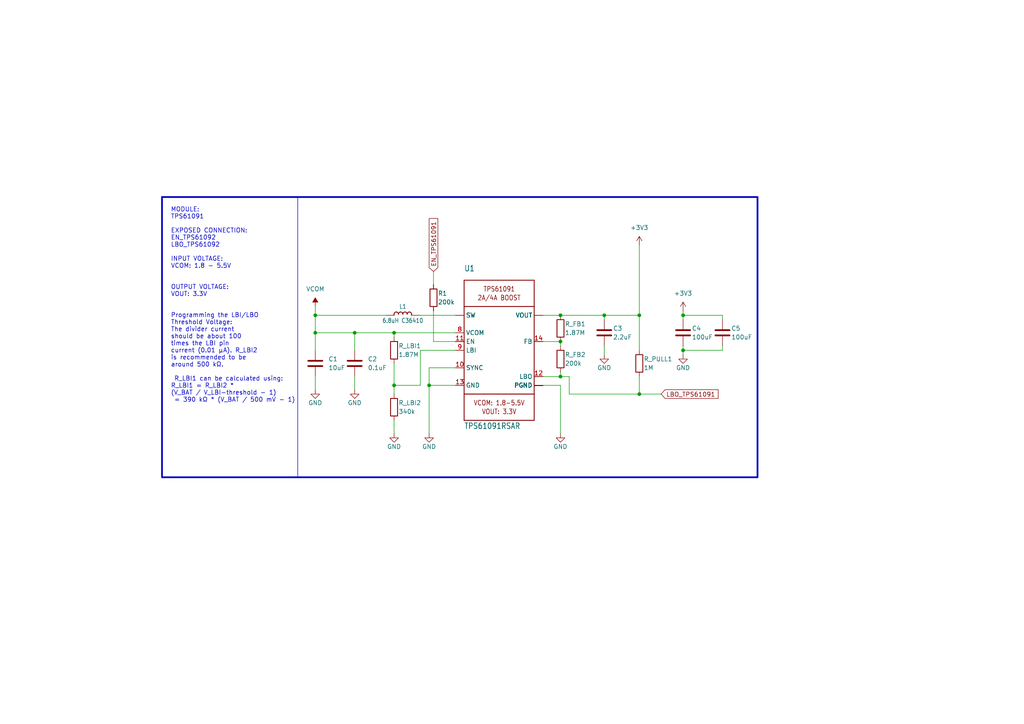
<source format=kicad_sch>
(kicad_sch (version 20230121) (generator eeschema)
  (paper "A4")
  (lib_symbols
    (symbol "AI_EINK-eagle-import:microbuilder_INDUCTORTDK_VLC5045"
      (property "Reference" "L" (at 0 2.54 0))
      (symbol "microbuilder_INDUCTORTDK_VLC5045_1_0"
        (arc (start -1.27 0.3173) (mid -1.9049 0.9497) (end -2.54 0.3175) (stroke (width 0.254)))
        (polyline (pts (xy -2.54 0.3175) (xy -2.54 0)) (stroke (width 0.254)))
        (polyline (pts (xy 2.54 0.3175) (xy 2.54 0)) (stroke (width 0.254)))
        (arc (start 0 0.3173) (mid -0.6349 0.9497) (end -1.27 0.3175) (stroke (width 0.254)))
        (arc (start 1.27 0.3173) (mid 0.6351 0.9497) (end 0 0.3175) (stroke (width 0.254)))
        (arc (start 2.54 0.3173) (mid 1.9051 0.9497) (end 1.27 0.3175) (stroke (width 0.254)))
        (pin passive line (at -5.08 0 0) (length 2.54) (name "1") (number "P$1"))
        (pin passive line (at 5.08 0 180) (length 2.54) (name "2") (number "P$2"))
      )
    )
    (symbol "AI_EINK-eagle-import:microbuilder_VREG_TPS6103X"
      (property "Reference" "U1" (at -10.16 22.86 0))
      (property "Value" "TPS61091RSAR" (at -10.16 -22.86 0))
      (symbol "microbuilder_VREG_TPS6103X_1_0"
        (polyline (pts (xy -10.16 -20.32) (xy 10.16 -20.32)) (stroke (width 0.254)))
        (polyline (pts (xy -10.16 -12.7) (xy -10.16 -20.32)) (stroke (width 0.254)))
        (polyline (pts (xy -10.16 -12.7) (xy -10.16 12.7)) (stroke (width 0.254)))
        (polyline (pts (xy -10.16 12.7) (xy -10.16 20.32)) (stroke (width 0.254)))
        (polyline (pts (xy -10.16 12.7) (xy 10.16 12.7)) (stroke (width 0.254)))
        (polyline (pts (xy -10.16 20.32) (xy 10.16 20.32)) (stroke (width 0.254)))
        (polyline (pts (xy 10.16 -20.32) (xy 10.16 -12.7)) (stroke (width 0.254)))
        (polyline (pts (xy 10.16 -12.7) (xy -10.16 -12.7)) (stroke (width 0.254)))
        (polyline (pts (xy 10.16 12.7) (xy 10.16 -12.7)) (stroke (width 0.254)))
        (polyline (pts (xy 10.16 20.32) (xy 10.16 12.7)) (stroke (width 0.254)))
        (text "2A/4A BOOST" (at 0 15.24 0) (effects (font (size 1.4224 1.209))))
        (text "TPS61091" (at 0 17.78 0) (effects (font (size 1.4224 1.209))))
        (text "VCOM: 1.8-5.5V" (at 0 -15.24 0) (effects (font (size 1.4224 1.209))))
        (text "VOUT: 3.3V" (at 0 -17.78 0) (effects (font (size 1.4224 1.209))))
        (pin power_in line (at 12.7 10.16 180) (length 2.54) (name "VOUT") (number "1"))
        (pin input line (at -12.7 -5.08 0) (length 2.54) (name "SYNC") (number "10"))
        (pin input line (at -12.7 2.54 0) (length 2.54) (name "EN") (number "11"))
        (pin output line (at 12.7 -7.62 180) (length 2.54) (name "LBO") (number "12"))
        (pin power_in line (at -12.7 -10.16 0) (length 2.54) (name "GND") (number "13"))
        (pin input line (at 12.7 2.54 180) (length 2.54) (name "FB") (number "14"))
        (pin power_in line (at 12.7 10.16 180) (length 2.54) (name "VOUT") (number "15"))
        (pin power_in line (at 12.7 10.16 180) (length 2.54) (name "VOUT") (number "16"))
        (pin input line (at -12.7 10.16 0) (length 2.54) (name "SW") (number "3"))
        (pin input line (at -12.7 10.16 0) (length 2.54) (name "SW") (number "4"))
        (pin power_in line (at 12.7 -10.16 180) (length 2.54) (name "PGND") (number "5"))
        (pin power_in line (at 12.7 -10.16 180) (length 2.54) (name "PGND") (number "6"))
        (pin power_in line (at 12.7 -10.16 180) (length 2.54) (name "PGND") (number "7"))
        (pin input line (at -12.7 5.08 0) (length 2.54) (name "VCOM") (number "8"))
        (pin input line (at -12.7 0 0) (length 2.54) (name "LBI") (number "9"))
        (pin power_in line (at 12.7 -10.16 180) (length 2.54) (name "PGND") (number "P$18"))
        (pin power_in line (at 12.7 -10.16 180) (length 2.54) (name "PGND") (number "P$19"))
        (pin power_in line (at 12.7 -10.16 180) (length 2.54) (name "PGND") (number "P$20"))
        (pin power_in line (at 12.7 -10.16 180) (length 2.54) (name "PGND") (number "P$21"))
        (pin power_in line (at 12.7 -10.16 180) (length 2.54) (name "PGND") (number "P$22"))
        (pin power_in line (at 12.7 -10.16 180) (length 2.54) (name "PGND") (number "THERMAL"))
      )
    )
    (symbol "Device:C" (pin_numbers hide) (pin_names (offset 0.254))
      (property "Reference" "C" (at 0.635 2.54 0))
      (property "Value" "C" (at 0.635 -2.54 0))
      (symbol "C_0_1"
        (polyline (pts (xy -2.032 -0.762) (xy 2.032 -0.762)) (stroke (width 0.508)))
        (polyline (pts (xy -2.032 0.762) (xy 2.032 0.762)) (stroke (width 0.508)))
      )
      (symbol "C_1_1"
        (pin passive line (at 0 3.81 270) (length 2.794) (name "~") (number "1"))
        (pin passive line (at 0 -3.81 90) (length 2.794) (name "~") (number "2"))
      )
    )
    (symbol "Device:R" (pin_numbers hide) (pin_names (offset 0))
      (property "Reference" "R" (at 2.032 0 90))
      (property "Value" "R" (at 0 0 90))
      (symbol "R_0_1"
        (rectangle (start -1.016 -2.54) (end 1.016 2.54) (stroke (width 0.254)))
      )
      (symbol "R_1_1"
        (pin passive line (at 0 3.81 270) (length 1.27) (name "~") (number "1"))
        (pin passive line (at 0 -3.81 90) (length 1.27) (name "~") (number "2"))
      )
    )
    (symbol "power:+3V3" (power) (pin_names (offset 0))
      (property "Value" "+3V3" (at 0 3.556 0))
      (symbol "+3V3_0_1"
        (polyline (pts (xy -0.762 1.27) (xy 0 2.54)))
        (polyline (pts (xy 0 0) (xy 0 2.54)))
        (polyline (pts (xy 0 2.54) (xy 0.762 1.27)))
      )
      (symbol "+3V3_1_1"
        (pin power_in line (at 0 0 90) (length 0) hide (name "+3V3") (number "1"))
      )
    )
    (symbol "power:GND" (power) (pin_names (offset 0))
      (property "Value" "GND" (at 0 -3.81 0))
      (symbol "GND_0_1"
        (polyline (pts (xy 0 0) (xy 0 -1.27) (xy 1.27 -1.27) (xy 0 -2.54) (xy -1.27 -1.27) (xy 0 -1.27)))
      )
      (symbol "GND_1_1"
        (pin power_in line (at 0 0 270) (length 0) hide (name "GND") (number "1"))
      )
    )
    (symbol "power:VCOM" (power) (pin_names (offset 0))
      (property "Value" "VCOM" (at 0 3.81 0))
      (symbol "VCOM_0_1"
        (polyline (pts (xy 0 0) (xy 0 2.54)))
        (polyline (pts (xy 0.762 1.27) (xy -0.762 1.27) (xy 0 2.54) (xy 0.762 1.27)) (fill (type outline)))
      )
      (symbol "VCOM_1_1"
        (pin power_in line (at 0 0 90) (length 0) hide (name "VCOM") (number "1"))
      )
    )
  )
  (junction (at 162.56 99.06))
  (junction (at 185.42 91.44))
  (junction (at 114.3 111.76))
  (junction (at 198.12 101.6))
  (junction (at 91.44 91.44))
  (junction (at 91.44 96.52))
  (junction (at 162.56 91.44))
  (junction (at 162.56 109.22))
  (junction (at 175.26 91.44))
  (junction (at 198.12 91.44))
  (junction (at 102.87 96.52))
  (junction (at 114.3 96.52))
  (junction (at 124.46 111.76))
  (junction (at 185.42 114.3))
  (wire (pts (xy 132.08 101.6) (xy 121.92 101.6)) (stroke (width 0.1524)))
  (wire (pts (xy 102.87 113.03) (xy 102.87 109.22)))
  (wire (pts (xy 175.26 100.33) (xy 175.26 102.87)))
  (wire (pts (xy 198.12 91.44) (xy 209.55 91.44)))
  (wire (pts (xy 132.08 106.68) (xy 124.46 106.68)) (stroke (width 0.1524)))
  (wire (pts (xy 157.48 91.44) (xy 162.56 91.44)) (stroke (width 0.1524)))
  (wire (pts (xy 124.46 106.68) (xy 124.46 111.76)) (stroke (width 0.1524)))
  (wire (pts (xy 175.26 91.44) (xy 185.42 91.44)) (stroke (width 0.1524)))
  (wire (pts (xy 175.26 92.71) (xy 175.26 91.44)) (stroke (width 0.1524)))
  (wire (pts (xy 102.87 96.52) (xy 114.3 96.52)) (stroke (width 0.1524)))
  (wire (pts (xy 198.12 101.6) (xy 209.55 101.6)))
  (wire (pts (xy 198.12 90.17) (xy 198.12 91.44)))
  (wire (pts (xy 121.92 111.76) (xy 114.3 111.76)) (stroke (width 0.1524)))
  (wire (pts (xy 121.92 111.76) (xy 121.92 101.6)) (stroke (width 0.1524)))
  (wire (pts (xy 198.12 101.6) (xy 198.12 102.87)))
  (wire (pts (xy 157.48 111.76) (xy 162.56 111.76)) (stroke (width 0.1524)))
  (wire (pts (xy 157.48 99.06) (xy 162.56 99.06)))
  (wire (pts (xy 198.12 100.33) (xy 198.12 101.6)))
  (wire (pts (xy 91.44 96.52) (xy 91.44 101.6)) (stroke (width 0.1524)))
  (wire (pts (xy 165.1 109.22) (xy 165.1 114.3)) (stroke (width 0.1524)))
  (wire (pts (xy 209.55 91.44) (xy 209.55 92.71)))
  (wire (pts (xy 165.1 114.3) (xy 185.42 114.3)) (stroke (width 0.1524)))
  (wire (pts (xy 132.08 91.44) (xy 121.92 91.44)) (stroke (width 0.1524)))
  (wire (pts (xy 125.73 78.74) (xy 125.73 82.55)) (stroke (width 0.1524)))
  (wire (pts (xy 111.76 91.44) (xy 91.44 91.44)) (stroke (width 0.1524)))
  (wire (pts (xy 209.55 100.33) (xy 209.55 101.6)))
  (wire (pts (xy 185.42 109.22) (xy 185.42 114.3)))
  (wire (pts (xy 91.44 91.44) (xy 91.44 88.9)) (stroke (width 0.1524)))
  (wire (pts (xy 124.46 111.76) (xy 124.46 125.73)) (stroke (width 0.1524)))
  (wire (pts (xy 102.87 101.6) (xy 102.87 96.52)) (stroke (width 0.1524)))
  (wire (pts (xy 91.44 91.44) (xy 91.44 96.52)) (stroke (width 0.1524)))
  (wire (pts (xy 198.12 91.44) (xy 198.12 92.71)))
  (wire (pts (xy 114.3 105.41) (xy 114.3 111.76)) (stroke (width 0.1524)))
  (wire (pts (xy 114.3 111.76) (xy 114.3 114.3)) (stroke (width 0.1524)))
  (wire (pts (xy 162.56 107.95) (xy 162.56 109.22)))
  (wire (pts (xy 132.08 99.06) (xy 125.73 99.06)) (stroke (width 0.1524)))
  (wire (pts (xy 114.3 121.92) (xy 114.3 123.19)))
  (wire (pts (xy 162.56 91.44) (xy 175.26 91.44)) (stroke (width 0.1524)))
  (wire (pts (xy 132.08 111.76) (xy 124.46 111.76)) (stroke (width 0.1524)))
  (wire (pts (xy 185.42 114.3) (xy 191.77 114.3)) (stroke (width 0.1524)))
  (wire (pts (xy 102.87 96.52) (xy 91.44 96.52)) (stroke (width 0.1524)))
  (wire (pts (xy 162.56 111.76) (xy 162.56 125.73)) (stroke (width 0.1524)))
  (wire (pts (xy 114.3 125.73) (xy 114.3 123.19)) (stroke (width 0.1524)))
  (wire (pts (xy 91.44 113.03) (xy 91.44 109.22)))
  (wire (pts (xy 157.48 109.22) (xy 162.56 109.22)) (stroke (width 0.1524)))
  (wire (pts (xy 185.42 71.12) (xy 185.42 91.44)) (stroke (width 0.1524)))
  (wire (pts (xy 125.73 90.17) (xy 125.73 99.06)) (stroke (width 0.1524)))
  (wire (pts (xy 162.56 109.22) (xy 165.1 109.22)) (stroke (width 0.1524)))
  (wire (pts (xy 114.3 96.52) (xy 114.3 97.79)))
  (wire (pts (xy 162.56 99.06) (xy 162.56 100.33)))
  (wire (pts (xy 185.42 91.44) (xy 185.42 101.6)) (stroke (width 0.1524)))
  (wire (pts (xy 114.3 96.52) (xy 132.08 96.52)) (stroke (width 0.1524)))
  (rectangle (start 46.99 57.15) (end 219.71 138.43) (stroke (width 0.5)))
  (rectangle (start 46.99 57.15) (end 86.36 138.43))
  (text "MODULE:\nTPS61091\n\nEXPOSED CONNECTION: \nEN_TPS61092\nLBO_TPS61092\n\nINPUT VOLTAGE:\nVCOM: 1.8 - 5.5V\n\n\nOUTPUT VOLTAGE:\nVOUT: 3.3V\n\n\nProgramming the LBI/LBO \nThreshold Voltage:\nThe divider current \nshould be about 100 \ntimes the LBI pin \ncurrent (0.01 μA). R_LBI2 \nis recommended to be \naround 500 kΩ.\n\n R_LBI1 can be calculated using:\nR_LBI1 = R_LBI2 * \n(V_BAT / V_LBI-threshold - 1)\n = 390 kΩ * (V_BAT / 500 mV - 1)\n" (at 49.53 116.84 0) (effects (font (size 1.27 1.27)) (justify left bottom)))
  (global_label "EN_TPS61091" (shape input) (at 125.73 78.74 90) (property "Intersheetrefs" "${INTERSHEET_REFS}" (effects hide)))
  (global_label "LBO_TPS61091" (shape input) (at 191.77 114.3 0) (property "Intersheetrefs" "${INTERSHEET_REFS}" (effects hide)))
  (symbol (lib_id "Device:R") (at 162.56 95.25 0) (unit 1)
    (property "Reference" "R_FB1" (at 163.83 93.98 0) (effects (justify left)))
    (property "Value" "1.87M" (at 163.83 96.52 0) (effects (justify left)))
    (property "Footprint" "Resistor_SMD:R_01005_0402Metric" (effects hide))
  )
  (symbol (lib_id "Device:R") (at 114.3 118.11 0) (unit 1)
    (property "Reference" "R_LBI2" (at 115.57 116.84 0) (effects (justify left)))
    (property "Value" "340k" (at 115.57 119.38 0) (effects (justify left)))
    (property "Footprint" "Resistor_SMD:R_01005_0402Metric" (effects hide))
  )
  (symbol (lib_id "power:GND") (at 175.26 102.87 0) (unit 1)
    (property "Reference" "#PWR07" (effects hide))
    (property "Value" "GND" (at 175.26 106.68 0))
  )
  (symbol (lib_id "power:+3V3") (at 198.12 90.17 0) (unit 1)
    (property "Reference" "#PWR09" (effects hide))
    (property "Value" "+3V3" (at 198.12 85.09 0))
  )
  (symbol (lib_id "power:GND") (at 102.87 113.03 0) (unit 1)
    (property "Reference" "#PWR03" (effects hide))
    (property "Value" "GND" (at 102.87 116.84 0))
  )
  (symbol (lib_id "power:GND") (at 198.12 102.87 0) (unit 1)
    (property "Reference" "#PWR010" (effects hide))
    (property "Value" "GND" (at 198.12 106.68 0))
  )
  (symbol (lib_id "power:GND") (at 162.56 125.73 0) (unit 1)
    (property "Reference" "#PWR06" (effects hide))
    (property "Value" "GND" (at 162.56 129.54 0))
  )
  (symbol (lib_id "Device:R") (at 162.56 104.14 0) (unit 1)
    (property "Reference" "R_FB2" (at 163.83 102.87 0) (effects (justify left)))
    (property "Value" "200k" (at 163.83 105.41 0) (effects (justify left)))
    (property "Footprint" "Resistor_SMD:R_01005_0402Metric" (effects hide))
  )
  (symbol (lib_id "AI_EINK-eagle-import:microbuilder_VREG_TPS6103X") (at 144.78 101.6 0) (unit 1)
    (property "Reference" "U1" (at 134.62 78.74 0) (effects (font (size 1.6764 1.4249)) (justify left bottom)))
    (property "Value" "TPS61091RSAR" (at 134.62 124.46 0) (effects (font (size 1.6764 1.4249)) (justify left bottom)))
    (property "Footprint" "AI_EINK:PVQFN-16" (effects hide))
  )
  (symbol (lib_id "Device:C") (at 102.87 105.41 0) (unit 1)
    (property "Reference" "C2" (at 106.68 104.14 0) (effects (justify left)))
    (property "Value" "0.1uF" (at 106.68 106.68 0) (effects (justify left)))
    (property "Footprint" "Capacitor_SMD:C_0402_1005Metric" (effects hide))
  )
  (symbol (lib_id "Device:C") (at 91.44 105.41 0) (unit 1)
    (property "Reference" "C1" (at 95.25 104.14 0) (effects (justify left)))
    (property "Value" "10uF" (at 95.25 106.68 0) (effects (justify left)))
    (property "Footprint" "Capacitor_SMD:C_0402_1005Metric" (effects hide))
  )
  (symbol (lib_id "power:VCOM") (at 91.44 88.9 0) (unit 1)
    (property "Reference" "#PWR01" (effects hide))
    (property "Value" "VCOM" (at 91.44 83.82 0))
  )
  (symbol (lib_id "AI_EINK-eagle-import:microbuilder_INDUCTORTDK_VLC5045") (at 116.84 91.44 0) (unit 1)
    (property "Reference" "L1" (at 116.84 88.9 0) (effects (font (size 1.27 1.0795))))
    (property "Value" "6.8uH C36410" (at 116.84 92.98 0) (effects (font (size 1.27 1.0795))))
    (property "Footprint" "AI_EINK:INDUCTOR_5X5MM_TDK_VLC5045" (effects hide))
  )
  (symbol (lib_id "power:GND") (at 124.46 125.73 0) (unit 1)
    (property "Reference" "#PWR05" (effects hide))
    (property "Value" "GND" (at 124.46 129.54 0))
  )
  (symbol (lib_id "Device:C") (at 198.12 96.52 0) (unit 1)
    (property "Reference" "C4" (at 200.66 95.25 0) (effects (justify left)))
    (property "Value" "100uF" (at 200.66 97.79 0) (effects (justify left)))
    (property "Footprint" "Capacitor_SMD:C_1210_3225Metric" (effects hide))
  )
  (symbol (lib_id "power:+3V3") (at 185.42 71.12 0) (unit 1)
    (property "Reference" "#PWR08" (effects hide))
    (property "Value" "+3V3" (at 185.42 66.04 0))
  )
  (symbol (lib_id "Device:C") (at 209.55 96.52 0) (unit 1)
    (property "Reference" "C5" (at 212.09 95.25 0) (effects (justify left)))
    (property "Value" "100uF" (at 212.09 97.79 0) (effects (justify left)))
    (property "Footprint" "Capacitor_SMD:C_1210_3225Metric" (effects hide))
  )
  (symbol (lib_id "power:GND") (at 91.44 113.03 0) (unit 1)
    (property "Reference" "#PWR02" (effects hide))
    (property "Value" "GND" (at 91.44 116.84 0))
  )
  (symbol (lib_id "Device:R") (at 185.42 105.41 0) (unit 1)
    (property "Reference" "R_PULL1" (at 186.69 104.14 0) (effects (justify left)))
    (property "Value" "1M" (at 186.69 106.68 0) (effects (justify left)))
    (property "Footprint" "Resistor_SMD:R_01005_0402Metric" (effects hide))
  )
  (symbol (lib_id "Device:R") (at 125.73 86.36 0) (unit 1)
    (property "Reference" "R1" (at 127 85.09 0) (effects (justify left)))
    (property "Value" "200k" (at 127 87.63 0) (effects (justify left)))
    (property "Footprint" "Resistor_SMD:R_01005_0402Metric" (effects hide))
  )
  (symbol (lib_id "Device:R") (at 114.3 101.6 0) (unit 1)
    (property "Reference" "R_LBI1" (at 115.57 100.33 0) (effects (justify left)))
    (property "Value" "1.87M" (at 115.57 102.87 0) (effects (justify left)))
    (property "Footprint" "Resistor_SMD:R_01005_0402Metric" (effects hide))
  )
  (symbol (lib_id "power:GND") (at 114.3 125.73 0) (unit 1)
    (property "Reference" "#PWR04" (effects hide))
    (property "Value" "GND" (at 114.3 129.54 0))
  )
  (symbol (lib_id "Device:C") (at 175.26 96.52 0) (unit 1)
    (property "Reference" "C3" (at 177.8 95.25 0) (effects (justify left)))
    (property "Value" "2.2uF" (at 177.8 97.79 0) (effects (justify left)))
    (property "Footprint" "Capacitor_SMD:C_0402_1005Metric" (effects hide))
  )
)
</source>
